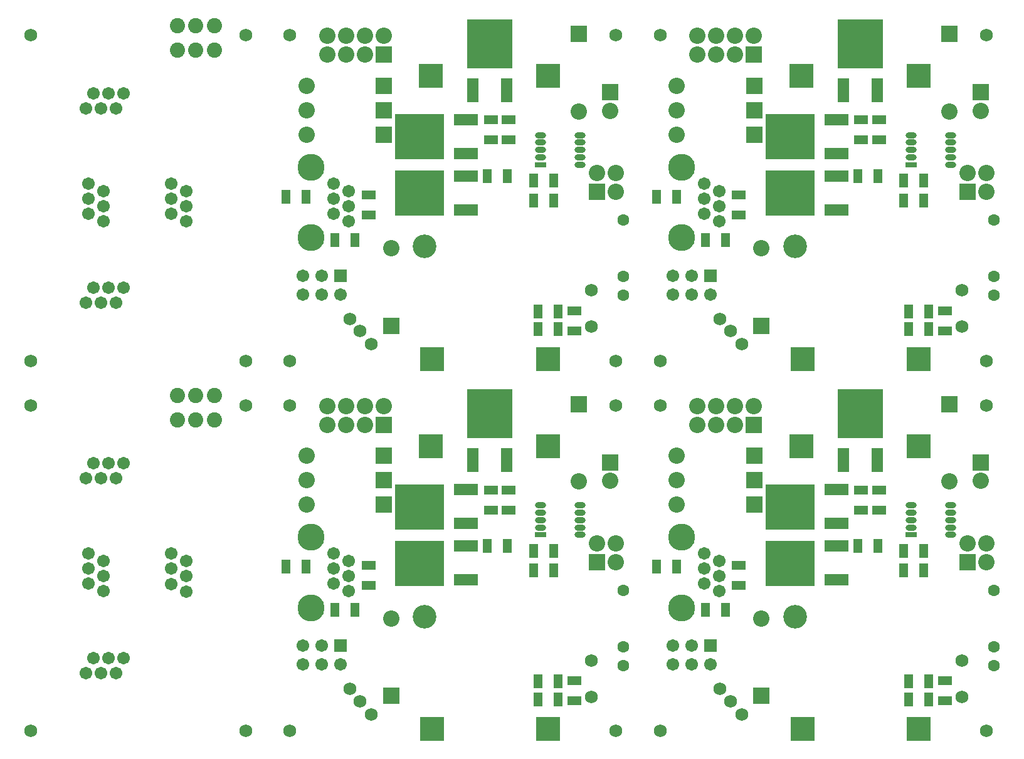
<source format=gbs>
%FSAX44Y44*%
%MOMM*%
G71*
G01*
G75*
G04 Layer_Color=16711935*
%ADD10R,1.1000X1.7000*%
%ADD11R,1.7000X1.1000*%
%ADD12C,0.5080*%
%ADD13C,1.5000*%
%ADD14C,1.0000*%
%ADD15R,6.5000X6.0000*%
%ADD16R,3.0000X1.4000*%
%ADD17O,1.6500X0.5500*%
%ADD18O,0.5500X1.6500*%
%ADD19R,1.1000X1.4000*%
%ADD20O,0.6000X1.9000*%
%ADD21C,1.4000*%
%ADD22C,1.5240*%
%ADD23C,1.5000*%
%ADD24C,1.8500*%
%ADD25C,1.2700*%
%ADD26C,3.4500*%
%ADD27C,3.0000*%
%ADD28R,3.0000X3.0000*%
%ADD29C,2.0000*%
%ADD30R,2.0000X2.0000*%
%ADD31C,2.0000*%
%ADD32R,2.0000X2.0000*%
%ADD33R,2.0000X2.0000*%
%ADD34R,1.5000X1.5000*%
%ADD35R,2.0000X2.0000*%
%ADD36C,1.4000*%
%ADD37C,0.5000*%
%ADD38C,0.8000*%
%ADD39O,1.3000X0.5800*%
%ADD40R,1.3000X0.5800*%
%ADD41R,6.0000X6.5000*%
%ADD42R,1.4000X3.0000*%
%ADD43R,0.9960X2.2191*%
%ADD44C,0.2500*%
%ADD45C,0.2540*%
%ADD46C,0.2000*%
%ADD47C,0.6000*%
%ADD48C,0.5000*%
%ADD49R,2.8000X0.8000*%
%ADD50R,0.8000X2.8000*%
%ADD51R,1.3032X1.9032*%
%ADD52R,1.9032X1.3032*%
%ADD53R,6.7032X6.2032*%
%ADD54R,3.2032X1.6032*%
%ADD55O,1.8532X0.7532*%
%ADD56O,0.7532X1.8532*%
%ADD57R,1.3032X1.6032*%
%ADD58O,0.8032X2.1032*%
%ADD59C,1.7272*%
%ADD60C,1.7032*%
%ADD61C,2.0532*%
%ADD62C,3.2032*%
%ADD63R,3.2032X3.2032*%
%ADD64C,2.2032*%
%ADD65R,2.2032X2.2032*%
%ADD66C,2.2032*%
%ADD67R,2.2032X2.2032*%
%ADD68R,2.2032X2.2032*%
%ADD69R,1.7032X1.7032*%
%ADD70R,2.2032X2.2032*%
%ADD71C,1.6032*%
%ADD72C,3.6532*%
%ADD73O,1.5032X0.7832*%
%ADD74R,1.5032X0.7832*%
%ADD75R,6.2032X6.7032*%
%ADD76R,1.6032X3.2032*%
D51*
X01638110Y00524840D02*
D03*
X01665110D02*
D03*
X01638110Y00498170D02*
D03*
X01665110D02*
D03*
X01602880Y00531190D02*
D03*
X01575880D02*
D03*
X01331100Y00503250D02*
D03*
X01304100D02*
D03*
X01370140Y00444830D02*
D03*
X01397140D02*
D03*
X01671460Y00324180D02*
D03*
X01644460D02*
D03*
X01671460Y00348310D02*
D03*
X01644460D02*
D03*
X01638110Y01024840D02*
D03*
X01665110D02*
D03*
X01638110Y00998170D02*
D03*
X01665110D02*
D03*
X01602880Y01031190D02*
D03*
X01575880D02*
D03*
X01331100Y01003250D02*
D03*
X01304100D02*
D03*
X01370140Y00944830D02*
D03*
X01397140D02*
D03*
X01671460Y00824180D02*
D03*
X01644460D02*
D03*
X01671460Y00848310D02*
D03*
X01644460D02*
D03*
X01138110Y00524840D02*
D03*
X01165110D02*
D03*
X01138110Y00498170D02*
D03*
X01165110D02*
D03*
X01102880Y00531190D02*
D03*
X01075880D02*
D03*
X00831100Y00503250D02*
D03*
X00804100D02*
D03*
X00870140Y00444830D02*
D03*
X00897140D02*
D03*
X01171460Y00324180D02*
D03*
X01144460D02*
D03*
X01171460Y00348310D02*
D03*
X01144460D02*
D03*
X01138110Y01024840D02*
D03*
X01165110D02*
D03*
X01138110Y00998170D02*
D03*
X01165110D02*
D03*
X01102880Y01031190D02*
D03*
X01075880D02*
D03*
X00831100Y01003250D02*
D03*
X00804100D02*
D03*
X00870140Y00944830D02*
D03*
X00897140D02*
D03*
X01171460Y00824180D02*
D03*
X01144460D02*
D03*
X01171460Y00848310D02*
D03*
X01144460D02*
D03*
D52*
X01580490Y00606920D02*
D03*
Y00579920D02*
D03*
X01415390Y00478320D02*
D03*
Y00505320D02*
D03*
X01604620Y00579920D02*
D03*
Y00606920D02*
D03*
X01693520Y00349110D02*
D03*
Y00322110D02*
D03*
X01580490Y01106920D02*
D03*
Y01079920D02*
D03*
X01415390Y00978320D02*
D03*
Y01005320D02*
D03*
X01604620Y01079920D02*
D03*
Y01106920D02*
D03*
X01693520Y00849110D02*
D03*
Y00822110D02*
D03*
X01080490Y00606920D02*
D03*
Y00579920D02*
D03*
X00915390Y00478320D02*
D03*
Y00505320D02*
D03*
X01104620Y00579920D02*
D03*
Y00606920D02*
D03*
X01193520Y00349110D02*
D03*
Y00322110D02*
D03*
X01080490Y01106920D02*
D03*
Y01079920D02*
D03*
X00915390Y00978320D02*
D03*
Y01005320D02*
D03*
X01104620Y01079920D02*
D03*
Y01106920D02*
D03*
X01193520Y00849110D02*
D03*
Y00822110D02*
D03*
D53*
X01484470Y00508180D02*
D03*
Y00584380D02*
D03*
Y01008180D02*
D03*
Y01084380D02*
D03*
X00984470Y00508180D02*
D03*
Y00584380D02*
D03*
Y01008180D02*
D03*
Y01084380D02*
D03*
D54*
X01546970Y00485480D02*
D03*
X01546970Y00531180D02*
D03*
X01546970Y00561680D02*
D03*
X01546970Y00607380D02*
D03*
X01546970Y00985480D02*
D03*
X01546970Y01031180D02*
D03*
X01546970Y01061680D02*
D03*
X01546970Y01107380D02*
D03*
X01046970Y00485480D02*
D03*
X01046970Y00531180D02*
D03*
X01046970Y00561680D02*
D03*
X01046970Y00607380D02*
D03*
X01046970Y00985480D02*
D03*
X01046970Y01031180D02*
D03*
X01046970Y01061680D02*
D03*
X01046970Y01107380D02*
D03*
D59*
X01403960Y00321640D02*
D03*
X01389990Y00338150D02*
D03*
X01419200Y00303860D02*
D03*
X01403960Y00821640D02*
D03*
X01389990Y00838150D02*
D03*
X01419200Y00803860D02*
D03*
X00903960Y00321640D02*
D03*
X00889990Y00338150D02*
D03*
X00919200Y00303860D02*
D03*
X00903960Y00821640D02*
D03*
X00889990Y00838150D02*
D03*
X00919200Y00803860D02*
D03*
X00459270Y00721460D02*
D03*
Y00281460D02*
D03*
X00749270D02*
D03*
Y00721460D02*
D03*
X00459270Y01221460D02*
D03*
Y00781460D02*
D03*
X00749270D02*
D03*
Y01221460D02*
D03*
X01716380Y00376520D02*
D03*
Y00327720D02*
D03*
X01309270Y00721460D02*
D03*
Y00281460D02*
D03*
X01749270D02*
D03*
Y00721460D02*
D03*
X01716380Y00876520D02*
D03*
Y00827720D02*
D03*
X01309270Y01221460D02*
D03*
Y00781460D02*
D03*
X01749270D02*
D03*
Y01221460D02*
D03*
X01216380Y00376520D02*
D03*
Y00327720D02*
D03*
X00809270Y00721460D02*
D03*
Y00281460D02*
D03*
X01249270D02*
D03*
Y00721460D02*
D03*
X01216380Y00876520D02*
D03*
Y00827720D02*
D03*
X00809270Y01221460D02*
D03*
Y00781460D02*
D03*
X01249270D02*
D03*
Y01221460D02*
D03*
D60*
X00669510Y00510830D02*
D03*
Y00490430D02*
D03*
Y00470030D02*
D03*
X00649210Y00521030D02*
D03*
Y00500630D02*
D03*
Y00480230D02*
D03*
X00543870Y00380060D02*
D03*
X00564270D02*
D03*
X00584670D02*
D03*
X00533670Y00359760D02*
D03*
X00554070D02*
D03*
X00574470D02*
D03*
X00557770Y00511030D02*
D03*
Y00490630D02*
D03*
Y00470230D02*
D03*
X00537470Y00521230D02*
D03*
Y00500830D02*
D03*
Y00480430D02*
D03*
X00574670Y00622630D02*
D03*
X00554270D02*
D03*
X00533870D02*
D03*
X00584870Y00642930D02*
D03*
X00564470D02*
D03*
X00544070D02*
D03*
X00669510Y01010830D02*
D03*
Y00990430D02*
D03*
Y00970030D02*
D03*
X00649210Y01021030D02*
D03*
Y01000630D02*
D03*
Y00980230D02*
D03*
X00543870Y00880060D02*
D03*
X00564270D02*
D03*
X00584670D02*
D03*
X00533670Y00859760D02*
D03*
X00554070D02*
D03*
X00574470D02*
D03*
X00557770Y01011030D02*
D03*
Y00990630D02*
D03*
Y00970230D02*
D03*
X00537470Y01021230D02*
D03*
Y01000830D02*
D03*
Y00980430D02*
D03*
X00574670Y01122630D02*
D03*
X00554270D02*
D03*
X00533870D02*
D03*
X00584870Y01142930D02*
D03*
X00564470D02*
D03*
X00544070D02*
D03*
X01377290Y00371170D02*
D03*
X01326490D02*
D03*
Y00396570D02*
D03*
X01351890Y00371170D02*
D03*
Y00396570D02*
D03*
X01388720Y00511030D02*
D03*
Y00490630D02*
D03*
Y00470230D02*
D03*
X01368420Y00521230D02*
D03*
Y00500830D02*
D03*
Y00480430D02*
D03*
X01377290Y00871170D02*
D03*
X01326490D02*
D03*
Y00896570D02*
D03*
X01351890Y00871170D02*
D03*
Y00896570D02*
D03*
X01388720Y01011030D02*
D03*
Y00990630D02*
D03*
Y00970230D02*
D03*
X01368420Y01021230D02*
D03*
Y01000830D02*
D03*
Y00980430D02*
D03*
X00877290Y00371170D02*
D03*
X00826490D02*
D03*
Y00396570D02*
D03*
X00851890Y00371170D02*
D03*
Y00396570D02*
D03*
X00888720Y00511030D02*
D03*
Y00490630D02*
D03*
Y00470230D02*
D03*
X00868420Y00521230D02*
D03*
Y00500830D02*
D03*
Y00480430D02*
D03*
X00877290Y00871170D02*
D03*
X00826490D02*
D03*
Y00896570D02*
D03*
X00851890Y00871170D02*
D03*
Y00896570D02*
D03*
X00888720Y01011030D02*
D03*
Y00990630D02*
D03*
Y00970230D02*
D03*
X00868420Y01021230D02*
D03*
Y01000830D02*
D03*
Y00980430D02*
D03*
D61*
X00657230Y00701380D02*
D03*
X00682230D02*
D03*
X00707230D02*
D03*
X00657230Y00734380D02*
D03*
X00682230D02*
D03*
X00707230D02*
D03*
X00657230Y01201380D02*
D03*
X00682230D02*
D03*
X00707230D02*
D03*
X00657230Y01234380D02*
D03*
X00682230D02*
D03*
X00707230D02*
D03*
D62*
X01491035Y00436040D02*
D03*
Y00936040D02*
D03*
X00991035Y00436040D02*
D03*
Y00936040D02*
D03*
D63*
X01657870Y00284040D02*
D03*
Y00666445D02*
D03*
X01499765D02*
D03*
X01501035Y00284040D02*
D03*
X01657870Y00784040D02*
D03*
Y01166445D02*
D03*
X01499765D02*
D03*
X01501035Y00784040D02*
D03*
X01157870Y00284040D02*
D03*
Y00666445D02*
D03*
X00999765D02*
D03*
X01001035Y00284040D02*
D03*
X01157870Y00784040D02*
D03*
Y01166445D02*
D03*
X00999765D02*
D03*
X01001035Y00784040D02*
D03*
D64*
X01724000Y00535000D02*
D03*
X01749400D02*
D03*
Y00509600D02*
D03*
X01435710Y00720420D02*
D03*
X01410310D02*
D03*
X01384910D02*
D03*
X01359510D02*
D03*
Y00695020D02*
D03*
X01384910D02*
D03*
X01410310D02*
D03*
X01741780Y00619220D02*
D03*
X01724000Y01035000D02*
D03*
X01749400D02*
D03*
Y01009600D02*
D03*
X01435710Y01220420D02*
D03*
X01410310D02*
D03*
X01384910D02*
D03*
X01359510D02*
D03*
Y01195020D02*
D03*
X01384910D02*
D03*
X01410310D02*
D03*
X01741780Y01119220D02*
D03*
X01224000Y00535000D02*
D03*
X01249400D02*
D03*
Y00509600D02*
D03*
X00935710Y00720420D02*
D03*
X00910310D02*
D03*
X00884910D02*
D03*
X00859510D02*
D03*
Y00695020D02*
D03*
X00884910D02*
D03*
X00910310D02*
D03*
X01241780Y00619220D02*
D03*
X01224000Y01035000D02*
D03*
X01249400D02*
D03*
Y01009600D02*
D03*
X00935710Y01220420D02*
D03*
X00910310D02*
D03*
X00884910D02*
D03*
X00859510D02*
D03*
Y01195020D02*
D03*
X00884910D02*
D03*
X00910310D02*
D03*
X01241780Y01119220D02*
D03*
D65*
X01724000Y00509600D02*
D03*
X01741780Y00644220D02*
D03*
X01724000Y01009600D02*
D03*
X01741780Y01144220D02*
D03*
X01224000Y00509600D02*
D03*
X01241780Y00644220D02*
D03*
X01224000Y01009600D02*
D03*
X01241780Y01144220D02*
D03*
D66*
X01445870Y00433630D02*
D03*
X01331340Y00620090D02*
D03*
Y00653110D02*
D03*
X01699260Y00618260D02*
D03*
X01331340Y00587070D02*
D03*
X01445870Y00933630D02*
D03*
X01331340Y01120090D02*
D03*
Y01153110D02*
D03*
X01699260Y01118260D02*
D03*
X01331340Y01087070D02*
D03*
X00945870Y00433630D02*
D03*
X00831340Y00620090D02*
D03*
Y00653110D02*
D03*
X01199260Y00618260D02*
D03*
X00831340Y00587070D02*
D03*
X00945870Y00933630D02*
D03*
X00831340Y01120090D02*
D03*
Y01153110D02*
D03*
X01199260Y01118260D02*
D03*
X00831340Y01087070D02*
D03*
D67*
X01445870Y00329030D02*
D03*
X01699260Y00722860D02*
D03*
X01445870Y00829030D02*
D03*
X01699260Y01222860D02*
D03*
X00945870Y00329030D02*
D03*
X01199260Y00722860D02*
D03*
X00945870Y00829030D02*
D03*
X01199260Y01222860D02*
D03*
D68*
X01435710Y00695020D02*
D03*
Y01195020D02*
D03*
X00935710Y00695020D02*
D03*
Y01195020D02*
D03*
D69*
X01377290Y00396570D02*
D03*
Y00896570D02*
D03*
X00877290Y00396570D02*
D03*
Y00896570D02*
D03*
D70*
X01435940Y00620090D02*
D03*
Y00653110D02*
D03*
Y00587070D02*
D03*
Y01120090D02*
D03*
Y01153110D02*
D03*
Y01087070D02*
D03*
X00935940Y00620090D02*
D03*
Y00653110D02*
D03*
Y00587070D02*
D03*
Y01120090D02*
D03*
Y01153110D02*
D03*
Y01087070D02*
D03*
D71*
X01759560Y00369900D02*
D03*
Y00471500D02*
D03*
Y00395300D02*
D03*
Y00869900D02*
D03*
Y00971500D02*
D03*
Y00895300D02*
D03*
X01259560Y00369900D02*
D03*
Y00471500D02*
D03*
Y00395300D02*
D03*
Y00869900D02*
D03*
Y00971500D02*
D03*
Y00895300D02*
D03*
D72*
X01337920Y00543230D02*
D03*
Y00448030D02*
D03*
Y01043230D02*
D03*
Y00948030D02*
D03*
X00837920Y00543230D02*
D03*
Y00448030D02*
D03*
Y01043230D02*
D03*
Y00948030D02*
D03*
D73*
X01701000Y00586430D02*
D03*
Y00576430D02*
D03*
Y00566430D02*
D03*
Y00556430D02*
D03*
Y00546430D02*
D03*
X01647800Y00586430D02*
D03*
Y00576430D02*
D03*
Y00566430D02*
D03*
Y00556430D02*
D03*
X01701000Y01086430D02*
D03*
Y01076430D02*
D03*
Y01066430D02*
D03*
Y01056430D02*
D03*
Y01046430D02*
D03*
X01647800Y01086430D02*
D03*
Y01076430D02*
D03*
Y01066430D02*
D03*
Y01056430D02*
D03*
X01201000Y00586430D02*
D03*
Y00576430D02*
D03*
Y00566430D02*
D03*
Y00556430D02*
D03*
Y00546430D02*
D03*
X01147800Y00586430D02*
D03*
Y00576430D02*
D03*
Y00566430D02*
D03*
Y00556430D02*
D03*
X01201000Y01086430D02*
D03*
Y01076430D02*
D03*
Y01066430D02*
D03*
Y01056430D02*
D03*
Y01046430D02*
D03*
X01147800Y01086430D02*
D03*
Y01076430D02*
D03*
Y01066430D02*
D03*
Y01056430D02*
D03*
D74*
X01647800Y00546430D02*
D03*
Y01046430D02*
D03*
X01147800Y00546430D02*
D03*
Y01046430D02*
D03*
D75*
X01579070Y00709760D02*
D03*
Y01209760D02*
D03*
X01079070Y00709760D02*
D03*
Y01209760D02*
D03*
D76*
X01556370Y00647260D02*
D03*
X01602070Y00647260D02*
D03*
X01556370Y01147260D02*
D03*
X01602070Y01147260D02*
D03*
X01056370Y00647260D02*
D03*
X01102070Y00647260D02*
D03*
X01056370Y01147260D02*
D03*
X01102070Y01147260D02*
D03*
M02*

</source>
